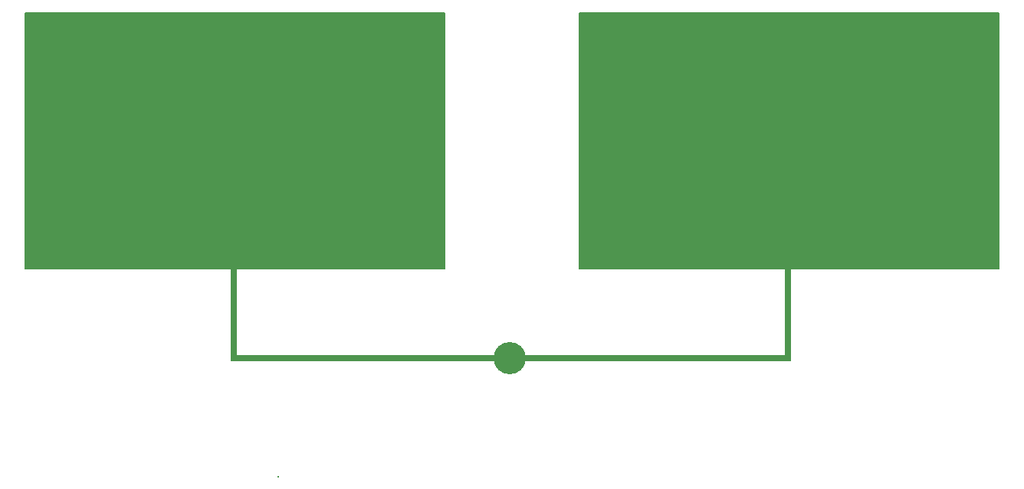
<source format=gbr>
%TF.GenerationSoftware,KiCad,Pcbnew,9.0.4*%
%TF.CreationDate,2025-10-13T09:43:13+02:00*%
%TF.ProjectId,Patch_Antenna,50617463-685f-4416-9e74-656e6e612e6b,rev?*%
%TF.SameCoordinates,Original*%
%TF.FileFunction,Copper,L1,Top*%
%TF.FilePolarity,Positive*%
%FSLAX46Y46*%
G04 Gerber Fmt 4.6, Leading zero omitted, Abs format (unit mm)*
G04 Created by KiCad (PCBNEW 9.0.4) date 2025-10-13 09:43:13*
%MOMM*%
%LPD*%
G01*
G04 APERTURE LIST*
G04 Aperture macros list*
%AMRoundRect*
0 Rectangle with rounded corners*
0 $1 Rounding radius*
0 $2 $3 $4 $5 $6 $7 $8 $9 X,Y pos of 4 corners*
0 Add a 4 corners polygon primitive as box body*
4,1,4,$2,$3,$4,$5,$6,$7,$8,$9,$2,$3,0*
0 Add four circle primitives for the rounded corners*
1,1,$1+$1,$2,$3*
1,1,$1+$1,$4,$5*
1,1,$1+$1,$6,$7*
1,1,$1+$1,$8,$9*
0 Add four rect primitives between the rounded corners*
20,1,$1+$1,$2,$3,$4,$5,0*
20,1,$1+$1,$4,$5,$6,$7,0*
20,1,$1+$1,$6,$7,$8,$9,0*
20,1,$1+$1,$8,$9,$2,$3,0*%
G04 Aperture macros list end*
%TA.AperFunction,EtchedComponent*%
%ADD10C,0.200000*%
%TD*%
%TA.AperFunction,ComponentPad*%
%ADD11C,3.556000*%
%TD*%
%TA.AperFunction,SMDPad,CuDef*%
%ADD12RoundRect,0.104625X-1.045375X-0.244125X1.045375X-0.244125X1.045375X0.244125X-1.045375X0.244125X0*%
%TD*%
%TA.AperFunction,SMDPad,CuDef*%
%ADD13RoundRect,0.104063X-1.043437X-0.242812X1.043437X-0.242812X1.043437X0.242812X-1.043437X0.242812X0*%
%TD*%
%TA.AperFunction,Conductor*%
%ADD14C,0.200000*%
%TD*%
G04 APERTURE END LIST*
%TO.C,AE2*%
D10*
X115124700Y-109557600D02*
X145849700Y-109557600D01*
X145849700Y-110057600D01*
X115124700Y-110057600D01*
X115124700Y-109557600D01*
%TA.AperFunction,EtchedComponent*%
G36*
X115124700Y-109557600D02*
G01*
X145849700Y-109557600D01*
X145849700Y-110057600D01*
X115124700Y-110057600D01*
X115124700Y-109557600D01*
G37*
%TD.AperFunction*%
X138504700Y-99923120D02*
X117556700Y-99923120D01*
X117556700Y-99924720D01*
X115423100Y-99924720D01*
X115423100Y-110057600D01*
X114926300Y-110057600D01*
X114926300Y-99918320D01*
X112792700Y-99918320D01*
X112792700Y-99923120D01*
X92150300Y-99923120D01*
X92150300Y-71592400D01*
X138504700Y-71592400D01*
X138504700Y-99923120D01*
%TA.AperFunction,EtchedComponent*%
G36*
X138504700Y-99923120D02*
G01*
X117556700Y-99923120D01*
X117556700Y-99924720D01*
X115423100Y-99924720D01*
X115423100Y-110057600D01*
X114926300Y-110057600D01*
X114926300Y-99918320D01*
X112792700Y-99918320D01*
X112792700Y-99923120D01*
X92150300Y-99923120D01*
X92150300Y-71592400D01*
X138504700Y-71592400D01*
X138504700Y-99923120D01*
G37*
%TD.AperFunction*%
X199654700Y-99931870D02*
X178806700Y-99931870D01*
X178806700Y-99933470D01*
X176673100Y-99933470D01*
X176673100Y-110081350D01*
X176176300Y-110081350D01*
X176176300Y-99937070D01*
X174042700Y-99937070D01*
X174042700Y-99931870D01*
X153350300Y-99931870D01*
X153350300Y-71601150D01*
X199654700Y-71601150D01*
X199654700Y-99931870D01*
%TA.AperFunction,EtchedComponent*%
G36*
X199654700Y-99931870D02*
G01*
X178806700Y-99931870D01*
X178806700Y-99933470D01*
X176673100Y-99933470D01*
X176673100Y-110081350D01*
X176176300Y-110081350D01*
X176176300Y-99937070D01*
X174042700Y-99937070D01*
X174042700Y-99931870D01*
X153350300Y-99931870D01*
X153350300Y-71601150D01*
X199654700Y-71601150D01*
X199654700Y-99931870D01*
G37*
%TD.AperFunction*%
X145159700Y-109566350D02*
X176354700Y-109566350D01*
X176354700Y-110076350D01*
X145159700Y-110076350D01*
X145159700Y-109566350D01*
%TA.AperFunction,EtchedComponent*%
G36*
X145159700Y-109566350D02*
G01*
X176354700Y-109566350D01*
X176354700Y-110076350D01*
X145159700Y-110076350D01*
X145159700Y-109566350D01*
G37*
%TD.AperFunction*%
%TD*%
D11*
%TO.P,J2,1,In*%
%TO.N,Net-(AE2-A)*%
X145670000Y-109800000D03*
%TD*%
D12*
%TO.P,AE2,1,A*%
%TO.N,N/C*%
X144799700Y-109807600D03*
%TD*%
D13*
%TO.P,AE2,1,A*%
%TO.N,Net-(AE2-A)*%
X146224700Y-109816350D03*
%TD*%
D14*
%TO.N,Net-(AE1-A)*%
X120099700Y-122878750D02*
X120124700Y-122903750D01*
%TD*%
M02*

</source>
